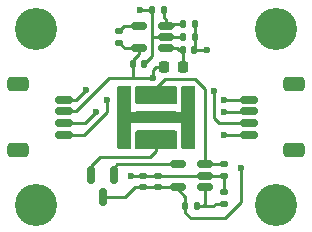
<source format=gtl>
%TF.GenerationSoftware,KiCad,Pcbnew,7.0.8-7.0.8~ubuntu22.04.1*%
%TF.CreationDate,2024-02-19T17:28:22-08:00*%
%TF.ProjectId,275nm_SU_CULBN2_24mA,3237356e-6d5f-4535-955f-43554c424e32,rev?*%
%TF.SameCoordinates,Original*%
%TF.FileFunction,Copper,L1,Top*%
%TF.FilePolarity,Positive*%
%FSLAX46Y46*%
G04 Gerber Fmt 4.6, Leading zero omitted, Abs format (unit mm)*
G04 Created by KiCad (PCBNEW 7.0.8-7.0.8~ubuntu22.04.1) date 2024-02-19 17:28:22*
%MOMM*%
%LPD*%
G01*
G04 APERTURE LIST*
G04 Aperture macros list*
%AMRoundRect*
0 Rectangle with rounded corners*
0 $1 Rounding radius*
0 $2 $3 $4 $5 $6 $7 $8 $9 X,Y pos of 4 corners*
0 Add a 4 corners polygon primitive as box body*
4,1,4,$2,$3,$4,$5,$6,$7,$8,$9,$2,$3,0*
0 Add four circle primitives for the rounded corners*
1,1,$1+$1,$2,$3*
1,1,$1+$1,$4,$5*
1,1,$1+$1,$6,$7*
1,1,$1+$1,$8,$9*
0 Add four rect primitives between the rounded corners*
20,1,$1+$1,$2,$3,$4,$5,0*
20,1,$1+$1,$4,$5,$6,$7,0*
20,1,$1+$1,$6,$7,$8,$9,0*
20,1,$1+$1,$8,$9,$2,$3,0*%
G04 Aperture macros list end*
%TA.AperFunction,ComponentPad*%
%ADD10C,3.570000*%
%TD*%
%TA.AperFunction,SMDPad,CuDef*%
%ADD11R,3.400000X0.550000*%
%TD*%
%TA.AperFunction,SMDPad,CuDef*%
%ADD12R,3.400000X1.000000*%
%TD*%
%TA.AperFunction,SMDPad,CuDef*%
%ADD13RoundRect,0.150000X-0.625000X0.150000X-0.625000X-0.150000X0.625000X-0.150000X0.625000X0.150000X0*%
%TD*%
%TA.AperFunction,SMDPad,CuDef*%
%ADD14RoundRect,0.250000X-0.650000X0.350000X-0.650000X-0.350000X0.650000X-0.350000X0.650000X0.350000X0*%
%TD*%
%TA.AperFunction,SMDPad,CuDef*%
%ADD15RoundRect,0.150000X0.625000X-0.150000X0.625000X0.150000X-0.625000X0.150000X-0.625000X-0.150000X0*%
%TD*%
%TA.AperFunction,SMDPad,CuDef*%
%ADD16RoundRect,0.250000X0.650000X-0.350000X0.650000X0.350000X-0.650000X0.350000X-0.650000X-0.350000X0*%
%TD*%
%TA.AperFunction,SMDPad,CuDef*%
%ADD17RoundRect,0.135000X-0.185000X0.135000X-0.185000X-0.135000X0.185000X-0.135000X0.185000X0.135000X0*%
%TD*%
%TA.AperFunction,SMDPad,CuDef*%
%ADD18RoundRect,0.135000X0.135000X0.185000X-0.135000X0.185000X-0.135000X-0.185000X0.135000X-0.185000X0*%
%TD*%
%TA.AperFunction,SMDPad,CuDef*%
%ADD19RoundRect,0.135000X0.185000X-0.135000X0.185000X0.135000X-0.185000X0.135000X-0.185000X-0.135000X0*%
%TD*%
%TA.AperFunction,SMDPad,CuDef*%
%ADD20RoundRect,0.150000X0.512500X0.150000X-0.512500X0.150000X-0.512500X-0.150000X0.512500X-0.150000X0*%
%TD*%
%TA.AperFunction,SMDPad,CuDef*%
%ADD21RoundRect,0.140000X0.170000X-0.140000X0.170000X0.140000X-0.170000X0.140000X-0.170000X-0.140000X0*%
%TD*%
%TA.AperFunction,SMDPad,CuDef*%
%ADD22RoundRect,0.218750X-0.218750X-0.256250X0.218750X-0.256250X0.218750X0.256250X-0.218750X0.256250X0*%
%TD*%
%TA.AperFunction,SMDPad,CuDef*%
%ADD23RoundRect,0.135000X-0.135000X-0.185000X0.135000X-0.185000X0.135000X0.185000X-0.135000X0.185000X0*%
%TD*%
%TA.AperFunction,SMDPad,CuDef*%
%ADD24RoundRect,0.140000X0.140000X0.170000X-0.140000X0.170000X-0.140000X-0.170000X0.140000X-0.170000X0*%
%TD*%
%TA.AperFunction,SMDPad,CuDef*%
%ADD25RoundRect,0.140000X-0.140000X-0.170000X0.140000X-0.170000X0.140000X0.170000X-0.140000X0.170000X0*%
%TD*%
%TA.AperFunction,SMDPad,CuDef*%
%ADD26RoundRect,0.150000X-0.150000X0.587500X-0.150000X-0.587500X0.150000X-0.587500X0.150000X0.587500X0*%
%TD*%
%TA.AperFunction,SMDPad,CuDef*%
%ADD27RoundRect,0.147500X0.147500X0.172500X-0.147500X0.172500X-0.147500X-0.172500X0.147500X-0.172500X0*%
%TD*%
%TA.AperFunction,ViaPad*%
%ADD28C,0.600000*%
%TD*%
%TA.AperFunction,Conductor*%
%ADD29C,0.250000*%
%TD*%
G04 APERTURE END LIST*
D10*
%TO.P,M1,~*%
%TO.N,N/C*%
X52540000Y-52540000D03*
%TD*%
%TO.P,M2,~*%
%TO.N,N/C*%
X72860000Y-52540000D03*
%TD*%
%TO.P,M3,~*%
%TO.N,N/C*%
X72860000Y-67460000D03*
%TD*%
%TO.P,M4,~*%
%TO.N,N/C*%
X52540000Y-67460000D03*
%TD*%
D11*
%TO.P,D1,1,K*%
%TO.N,Net-(D1-K)*%
X62700000Y-58575000D03*
%TO.P,D1,2,A*%
%TO.N,Net-(D1-A)*%
X62700000Y-61425000D03*
D12*
%TO.P,D1,3,PAD*%
%TO.N,unconnected-(D1-PAD-Pad3)*%
X62700000Y-60000000D03*
%TD*%
D13*
%TO.P,J1,1,Pin_1*%
%TO.N,GND*%
X54880000Y-58500000D03*
%TO.P,J1,2,Pin_2*%
%TO.N,/VIN*%
X54880000Y-59500000D03*
%TO.P,J1,3,Pin_3*%
%TO.N,/SDA*%
X54880000Y-60500000D03*
%TO.P,J1,4,Pin_4*%
%TO.N,/SCL*%
X54880000Y-61500000D03*
D14*
%TO.P,J1,MP*%
%TO.N,N/C*%
X51005000Y-57200000D03*
X51005000Y-62800000D03*
%TD*%
D15*
%TO.P,J2,1,Pin_1*%
%TO.N,GND*%
X70520000Y-61500000D03*
%TO.P,J2,2,Pin_2*%
%TO.N,/VIN*%
X70520000Y-60500000D03*
%TO.P,J2,3,Pin_3*%
%TO.N,/SDA*%
X70520000Y-59500000D03*
%TO.P,J2,4,Pin_4*%
%TO.N,/SCL*%
X70520000Y-58500000D03*
D16*
%TO.P,J2,MP*%
%TO.N,N/C*%
X74395000Y-62800000D03*
X74395000Y-57200000D03*
%TD*%
D17*
%TO.P,R1,1*%
%TO.N,Net-(D1-K)*%
X68427600Y-63982600D03*
%TO.P,R1,2*%
%TO.N,GND*%
X68427600Y-65002600D03*
%TD*%
D18*
%TO.P,R6,1*%
%TO.N,Net-(U1-FB)*%
X63349600Y-50876200D03*
%TO.P,R6,2*%
%TO.N,GND*%
X62329600Y-50876200D03*
%TD*%
D19*
%TO.P,R4,1*%
%TO.N,/VIN*%
X59563000Y-53674200D03*
%TO.P,R4,2*%
%TO.N,Net-(U1-~{SHDN})*%
X59563000Y-52654200D03*
%TD*%
D20*
%TO.P,U2,1,+*%
%TO.N,/Vset*%
X66795200Y-65881000D03*
%TO.P,U2,2,V-*%
%TO.N,GND*%
X66795200Y-64931000D03*
%TO.P,U2,3,-*%
%TO.N,Net-(D1-K)*%
X66795200Y-63981000D03*
%TO.P,U2,4*%
%TO.N,Net-(Q1-B)*%
X64520200Y-63981000D03*
%TO.P,U2,5,V+*%
%TO.N,/10V*%
X64520200Y-65881000D03*
%TD*%
D21*
%TO.P,C3,1*%
%TO.N,/10V*%
X62845200Y-65936000D03*
%TO.P,C3,2*%
%TO.N,GND*%
X62845200Y-64976000D03*
%TD*%
D19*
%TO.P,R3,1*%
%TO.N,/Vset*%
X68427600Y-67360800D03*
%TO.P,R3,2*%
%TO.N,GND*%
X68427600Y-66340800D03*
%TD*%
D22*
%TO.P,L1,1,1*%
%TO.N,/VIN*%
X63372900Y-55753000D03*
%TO.P,L1,2,2*%
%TO.N,Net-(D2-A)*%
X64947900Y-55753000D03*
%TD*%
D23*
%TO.P,R2,1*%
%TO.N,/10V*%
X65150200Y-67481000D03*
%TO.P,R2,2*%
%TO.N,/Vset*%
X66170200Y-67481000D03*
%TD*%
D24*
%TO.P,C1,1*%
%TO.N,GND*%
X61671200Y-55499000D03*
%TO.P,C1,2*%
%TO.N,/VIN*%
X60711200Y-55499000D03*
%TD*%
D21*
%TO.P,C4,1*%
%TO.N,/10V*%
X61620200Y-65941000D03*
%TO.P,C4,2*%
%TO.N,GND*%
X61620200Y-64981000D03*
%TD*%
D25*
%TO.P,C2,1*%
%TO.N,GND*%
X65003800Y-53187600D03*
%TO.P,C2,2*%
%TO.N,/10V*%
X65963800Y-53187600D03*
%TD*%
D26*
%TO.P,Q1,1,B*%
%TO.N,Net-(Q1-B)*%
X59105800Y-64897000D03*
%TO.P,Q1,2,E*%
%TO.N,Net-(D1-A)*%
X57205800Y-64897000D03*
%TO.P,Q1,3,C*%
%TO.N,/10V*%
X58155800Y-66772000D03*
%TD*%
D27*
%TO.P,D2,1,K*%
%TO.N,/10V*%
X65939200Y-54305200D03*
%TO.P,D2,2,A*%
%TO.N,Net-(D2-A)*%
X64969200Y-54305200D03*
%TD*%
D18*
%TO.P,R5,1*%
%TO.N,/10V*%
X65963800Y-52120800D03*
%TO.P,R5,2*%
%TO.N,Net-(U1-FB)*%
X64943800Y-52120800D03*
%TD*%
D20*
%TO.P,U1,1,SW*%
%TO.N,Net-(D2-A)*%
X63494000Y-54147800D03*
%TO.P,U1,2,GND*%
%TO.N,GND*%
X63494000Y-53197800D03*
%TO.P,U1,3,FB*%
%TO.N,Net-(U1-FB)*%
X63494000Y-52247800D03*
%TO.P,U1,4,~{SHDN}*%
%TO.N,Net-(U1-~{SHDN})*%
X61219000Y-52247800D03*
%TO.P,U1,5,IN*%
%TO.N,/VIN*%
X61219000Y-54147800D03*
%TD*%
D28*
%TO.N,GND*%
X60604400Y-64947800D03*
X56718200Y-57683400D03*
X61341000Y-50876200D03*
X68453000Y-61493400D03*
%TO.N,/VIN*%
X67564000Y-57758204D03*
X62433200Y-56642000D03*
%TO.N,/10V*%
X69900800Y-64312800D03*
X67005200Y-54330600D03*
%TO.N,/SCL*%
X68402200Y-58496200D03*
X58572400Y-58496200D03*
%TO.N,/SDA*%
X57632600Y-59537600D03*
X68472931Y-59517669D03*
%TD*%
D29*
%TO.N,GND*%
X62329600Y-54840600D02*
X61671200Y-55499000D01*
X68427600Y-65002600D02*
X68427600Y-66340800D01*
X60637600Y-64981000D02*
X61620200Y-64981000D01*
X62845200Y-64976000D02*
X61625200Y-64976000D01*
X68427600Y-65002600D02*
X67949000Y-65002600D01*
X70313400Y-61493400D02*
X70320000Y-61500000D01*
X62845200Y-64976000D02*
X63945200Y-64976000D01*
X67949000Y-65002600D02*
X67877400Y-64931000D01*
X68453000Y-61493400D02*
X70413400Y-61493400D01*
X62329600Y-53187600D02*
X62329600Y-54840600D01*
X62329600Y-50876200D02*
X62329600Y-53187600D01*
X70413400Y-61493400D02*
X70420000Y-61500000D01*
X64993600Y-53197800D02*
X65003800Y-53187600D01*
X70768400Y-61493400D02*
X70775000Y-61500000D01*
X62339800Y-53197800D02*
X62329600Y-53187600D01*
X70363400Y-61493400D02*
X70370000Y-61500000D01*
X66750200Y-64976000D02*
X66795200Y-64931000D01*
X55901600Y-58500000D02*
X54980000Y-58500000D01*
X67877400Y-64931000D02*
X66795200Y-64931000D01*
X56718200Y-57683400D02*
X55901600Y-58500000D01*
X63945200Y-64976000D02*
X66750200Y-64976000D01*
X63494000Y-53197800D02*
X64993600Y-53197800D01*
X61341000Y-50876200D02*
X62329600Y-50876200D01*
X60604400Y-64947800D02*
X60637600Y-64981000D01*
X61625200Y-64976000D02*
X61620200Y-64981000D01*
X63494000Y-53197800D02*
X62339800Y-53197800D01*
%TO.N,/VIN*%
X60036600Y-54147800D02*
X59563000Y-53674200D01*
X67564000Y-57758204D02*
X67564000Y-60045600D01*
X61219000Y-54605000D02*
X60711200Y-55112800D01*
X62407800Y-56667400D02*
X62433200Y-56642000D01*
X58724800Y-56667400D02*
X60706000Y-56667400D01*
X68018400Y-60500000D02*
X70420000Y-60500000D01*
X60706000Y-56667400D02*
X62407800Y-56667400D01*
X62687200Y-55753000D02*
X63372900Y-55753000D01*
X61219000Y-54147800D02*
X61219000Y-54605000D01*
X61219000Y-54147800D02*
X60036600Y-54147800D01*
X60711200Y-56662200D02*
X60706000Y-56667400D01*
X67564000Y-60045600D02*
X68018400Y-60500000D01*
X62433200Y-56007000D02*
X62433200Y-56642000D01*
X54880000Y-59500000D02*
X55892200Y-59500000D01*
X62687200Y-55753000D02*
X62433200Y-56007000D01*
X60711200Y-55499000D02*
X60711200Y-56662200D01*
X60711200Y-55112800D02*
X60711200Y-55499000D01*
X55892200Y-59500000D02*
X58724800Y-56667400D01*
%TO.N,/10V*%
X69900800Y-67183000D02*
X68554600Y-68529200D01*
X64520200Y-65881000D02*
X64520200Y-66081000D01*
X62840200Y-65941000D02*
X62845200Y-65936000D01*
X63545200Y-65936000D02*
X64465200Y-65936000D01*
X65939200Y-54305200D02*
X66979800Y-54305200D01*
X65963800Y-52120800D02*
X65963800Y-53187600D01*
X65608200Y-68554600D02*
X65150200Y-68096600D01*
X58155800Y-66772000D02*
X60050200Y-66772000D01*
X62845200Y-65936000D02*
X63545200Y-65936000D01*
X60881200Y-65941000D02*
X61620200Y-65941000D01*
X66979800Y-54305200D02*
X67005200Y-54330600D01*
X65150200Y-66711000D02*
X65150200Y-67481000D01*
X65963800Y-53187600D02*
X65963800Y-54280600D01*
X64520200Y-66081000D02*
X65150200Y-66711000D01*
X65150200Y-68096600D02*
X65150200Y-67481000D01*
X61620200Y-65941000D02*
X62840200Y-65941000D01*
X65633600Y-68529200D02*
X65608200Y-68554600D01*
X68554600Y-68529200D02*
X65633600Y-68529200D01*
X65963800Y-54204400D02*
X65939200Y-54229000D01*
X60050200Y-66772000D02*
X60881200Y-65941000D01*
X69900800Y-64312800D02*
X69900800Y-67183000D01*
X64465200Y-65936000D02*
X64520200Y-65881000D01*
%TO.N,/SCL*%
X70520000Y-58500000D02*
X68406000Y-58500000D01*
X56584600Y-61500000D02*
X54980000Y-61500000D01*
X68406000Y-58500000D02*
X68402200Y-58496200D01*
X58572400Y-58496200D02*
X58572400Y-59512200D01*
X70360000Y-58490000D02*
X70370000Y-58500000D01*
X58572400Y-59512200D02*
X56584600Y-61500000D01*
X70310000Y-58490000D02*
X70320000Y-58500000D01*
%TO.N,/SDA*%
X68472931Y-59517669D02*
X70402331Y-59517669D01*
X68472931Y-59517669D02*
X68490600Y-59500000D01*
X70402331Y-59517669D02*
X70420000Y-59500000D01*
X68472931Y-59517669D02*
X68455262Y-59500000D01*
X70352331Y-59517669D02*
X70370000Y-59500000D01*
X57632600Y-59537600D02*
X56670200Y-60500000D01*
X56670200Y-60500000D02*
X54980000Y-60500000D01*
%TO.N,Net-(D2-A)*%
X64969200Y-54305200D02*
X64617600Y-54305200D01*
X64617600Y-54305200D02*
X64460200Y-54147800D01*
X64947900Y-55753000D02*
X64947900Y-54326500D01*
X64947900Y-54326500D02*
X64969200Y-54305200D01*
X64460200Y-54147800D02*
X63494000Y-54147800D01*
%TO.N,Net-(D1-K)*%
X62700000Y-57485600D02*
X63416600Y-56769000D01*
X68426000Y-63981000D02*
X68427600Y-63982600D01*
X66795200Y-57600400D02*
X66795200Y-63981000D01*
X63416600Y-56769000D02*
X65963800Y-56769000D01*
X65963800Y-56769000D02*
X66795200Y-57600400D01*
X62700000Y-58575000D02*
X62700000Y-57485600D01*
X66795200Y-63981000D02*
X68426000Y-63981000D01*
%TO.N,Net-(D1-A)*%
X57205800Y-64897000D02*
X57205800Y-64104600D01*
X62700000Y-62852200D02*
X62700000Y-61425000D01*
X57912000Y-63398400D02*
X62153800Y-63398400D01*
X57205800Y-64104600D02*
X57912000Y-63398400D01*
X62153800Y-63398400D02*
X62700000Y-62852200D01*
%TO.N,Net-(Q1-B)*%
X59412200Y-63981000D02*
X64520200Y-63981000D01*
X59105800Y-64287400D02*
X59412200Y-63981000D01*
X59105800Y-64897000D02*
X59105800Y-64287400D01*
%TO.N,/Vset*%
X66795200Y-67346000D02*
X66660200Y-67481000D01*
X67716400Y-67360800D02*
X68427600Y-67360800D01*
X66795200Y-65881000D02*
X66795200Y-67196000D01*
X66522600Y-67481000D02*
X67596200Y-67481000D01*
X66522600Y-67481000D02*
X66170200Y-67481000D01*
X66795200Y-67196000D02*
X66795200Y-67346000D01*
X66660200Y-67481000D02*
X66522600Y-67481000D01*
X67596200Y-67481000D02*
X67716400Y-67360800D01*
%TO.N,Net-(U1-~{SHDN})*%
X59969400Y-52247800D02*
X61219000Y-52247800D01*
X59563000Y-52654200D02*
X59969400Y-52247800D01*
%TO.N,Net-(U1-FB)*%
X64185800Y-52120800D02*
X64943800Y-52120800D01*
X64973200Y-52091400D02*
X64943800Y-52120800D01*
X63349600Y-51564000D02*
X63349600Y-50876200D01*
X63494000Y-51708400D02*
X63349600Y-51564000D01*
X64058800Y-52247800D02*
X64185800Y-52120800D01*
X63494000Y-52247800D02*
X64058800Y-52247800D01*
X63494000Y-52247800D02*
X63494000Y-51708400D01*
%TD*%
%TA.AperFunction,Conductor*%
%TO.N,Net-(D1-A)*%
G36*
X64382839Y-61132085D02*
G01*
X64428594Y-61184889D01*
X64439800Y-61236400D01*
X64439800Y-62563200D01*
X64420115Y-62630239D01*
X64367311Y-62675994D01*
X64315800Y-62687200D01*
X61058600Y-62687200D01*
X60991561Y-62667515D01*
X60945806Y-62614711D01*
X60934600Y-62563200D01*
X60934600Y-61236400D01*
X60954285Y-61169361D01*
X61007089Y-61123606D01*
X61058600Y-61112400D01*
X64315800Y-61112400D01*
X64382839Y-61132085D01*
G37*
%TD.AperFunction*%
%TD*%
%TA.AperFunction,Conductor*%
%TO.N,Net-(D1-K)*%
G36*
X64382839Y-57372885D02*
G01*
X64428594Y-57425689D01*
X64439800Y-57477200D01*
X64439800Y-58727800D01*
X64420115Y-58794839D01*
X64367311Y-58840594D01*
X64315800Y-58851800D01*
X61058600Y-58851800D01*
X60991561Y-58832115D01*
X60945806Y-58779311D01*
X60934600Y-58727800D01*
X60934600Y-57477200D01*
X60954285Y-57410161D01*
X61007089Y-57364406D01*
X61058600Y-57353200D01*
X64315800Y-57353200D01*
X64382839Y-57372885D01*
G37*
%TD.AperFunction*%
%TD*%
%TA.AperFunction,Conductor*%
%TO.N,unconnected-(D1-PAD-Pad3)*%
G36*
X60547439Y-57372885D02*
G01*
X60593194Y-57425689D01*
X60604400Y-57477200D01*
X60604400Y-59512200D01*
X61140800Y-59512200D01*
X61207839Y-59531885D01*
X61253594Y-59584689D01*
X61264800Y-59636200D01*
X61264800Y-60378800D01*
X61245115Y-60445839D01*
X61192311Y-60491594D01*
X61140800Y-60502800D01*
X60604400Y-60502800D01*
X60604400Y-62537800D01*
X60584715Y-62604839D01*
X60531911Y-62650594D01*
X60480400Y-62661800D01*
X59534600Y-62661800D01*
X59467561Y-62642115D01*
X59421806Y-62589311D01*
X59410600Y-62537800D01*
X59410600Y-57477200D01*
X59430285Y-57410161D01*
X59483089Y-57364406D01*
X59534600Y-57353200D01*
X60480400Y-57353200D01*
X60547439Y-57372885D01*
G37*
%TD.AperFunction*%
%TD*%
%TA.AperFunction,Conductor*%
%TO.N,unconnected-(D1-PAD-Pad3)*%
G36*
X65957639Y-57372885D02*
G01*
X66003394Y-57425689D01*
X66014600Y-57477200D01*
X66014600Y-62537800D01*
X65994915Y-62604839D01*
X65942111Y-62650594D01*
X65890600Y-62661800D01*
X64919400Y-62661800D01*
X64852361Y-62642115D01*
X64806606Y-62589311D01*
X64795400Y-62537800D01*
X64795400Y-60502800D01*
X64106600Y-60502800D01*
X64039561Y-60483115D01*
X63993806Y-60430311D01*
X63982600Y-60378800D01*
X63982600Y-59636200D01*
X64002285Y-59569161D01*
X64055089Y-59523406D01*
X64106600Y-59512200D01*
X64770000Y-59512200D01*
X64770000Y-57477200D01*
X64789685Y-57410161D01*
X64842489Y-57364406D01*
X64894000Y-57353200D01*
X65890600Y-57353200D01*
X65957639Y-57372885D01*
G37*
%TD.AperFunction*%
%TD*%
M02*

</source>
